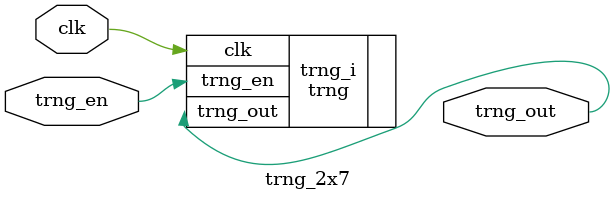
<source format=sv>


`default_nettype none

module trng_2x7 (
    input  clk,     // Sampling clock
    input  trng_en, // Enable all ring oscillators
    output trng_out // Output of the trng
);

    localparam NUM_OSCILLATORS = 2;
    localparam NUM_INVERTER = 7;

    trng #(
        .NUM_INVERTER       (NUM_INVERTER),
        .NUM_OSCILLATORS    (NUM_OSCILLATORS)
    ) trng_i (
        .clk        (clk),
        .trng_en    (trng_en),
        .trng_out   (trng_out)
    );

endmodule

</source>
